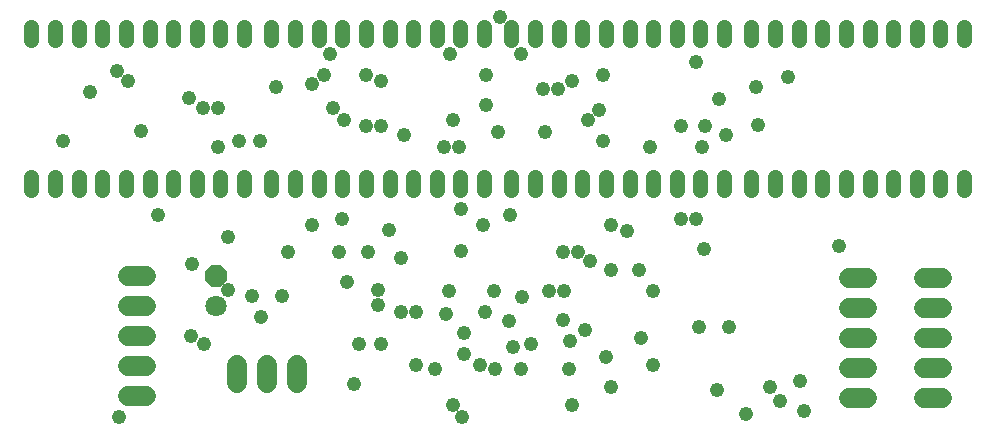
<source format=gbs>
G75*
G70*
%OFA0B0*%
%FSLAX24Y24*%
%IPPOS*%
%LPD*%
%AMOC8*
5,1,8,0,0,1.08239X$1,22.5*
%
%ADD10C,0.0516*%
%ADD11OC8,0.0710*%
%ADD12C,0.0710*%
%ADD13C,0.0680*%
%ADD14C,0.0476*%
%ADD15C,0.0480*%
D10*
X000933Y008611D02*
X000933Y009048D01*
X001720Y009048D02*
X001720Y008611D01*
X002508Y008611D02*
X002508Y009048D01*
X003295Y009048D02*
X003295Y008611D01*
X004083Y008611D02*
X004083Y009048D01*
X004870Y009048D02*
X004870Y008611D01*
X005657Y008611D02*
X005657Y009048D01*
X006445Y009048D02*
X006445Y008611D01*
X007232Y008611D02*
X007232Y009048D01*
X008020Y009048D02*
X008020Y008611D01*
X008933Y008611D02*
X008933Y009048D01*
X009720Y009048D02*
X009720Y008611D01*
X010508Y008611D02*
X010508Y009048D01*
X011295Y009048D02*
X011295Y008611D01*
X012083Y008611D02*
X012083Y009048D01*
X012870Y009048D02*
X012870Y008611D01*
X013657Y008611D02*
X013657Y009048D01*
X014445Y009048D02*
X014445Y008611D01*
X015232Y008611D02*
X015232Y009048D01*
X016020Y009048D02*
X016020Y008611D01*
X016933Y008611D02*
X016933Y009048D01*
X017720Y009048D02*
X017720Y008611D01*
X018508Y008611D02*
X018508Y009048D01*
X019295Y009048D02*
X019295Y008611D01*
X020083Y008611D02*
X020083Y009048D01*
X020870Y009048D02*
X020870Y008611D01*
X021657Y008611D02*
X021657Y009048D01*
X022445Y009048D02*
X022445Y008611D01*
X023232Y008611D02*
X023232Y009048D01*
X024020Y009048D02*
X024020Y008611D01*
X024933Y008611D02*
X024933Y009048D01*
X025720Y009048D02*
X025720Y008611D01*
X026508Y008611D02*
X026508Y009048D01*
X027295Y009048D02*
X027295Y008611D01*
X028083Y008611D02*
X028083Y009048D01*
X028870Y009048D02*
X028870Y008611D01*
X029657Y008611D02*
X029657Y009048D01*
X030445Y009048D02*
X030445Y008611D01*
X031232Y008611D02*
X031232Y009048D01*
X032020Y009048D02*
X032020Y008611D01*
X032020Y013611D02*
X032020Y014048D01*
X031232Y014048D02*
X031232Y013611D01*
X030445Y013611D02*
X030445Y014048D01*
X029657Y014048D02*
X029657Y013611D01*
X028870Y013611D02*
X028870Y014048D01*
X028083Y014048D02*
X028083Y013611D01*
X027295Y013611D02*
X027295Y014048D01*
X026508Y014048D02*
X026508Y013611D01*
X025720Y013611D02*
X025720Y014048D01*
X024933Y014048D02*
X024933Y013611D01*
X024020Y013611D02*
X024020Y014048D01*
X023232Y014048D02*
X023232Y013611D01*
X022445Y013611D02*
X022445Y014048D01*
X021657Y014048D02*
X021657Y013611D01*
X020870Y013611D02*
X020870Y014048D01*
X020083Y014048D02*
X020083Y013611D01*
X019295Y013611D02*
X019295Y014048D01*
X018508Y014048D02*
X018508Y013611D01*
X017720Y013611D02*
X017720Y014048D01*
X016933Y014048D02*
X016933Y013611D01*
X016020Y013611D02*
X016020Y014048D01*
X015232Y014048D02*
X015232Y013611D01*
X014445Y013611D02*
X014445Y014048D01*
X013657Y014048D02*
X013657Y013611D01*
X012870Y013611D02*
X012870Y014048D01*
X012083Y014048D02*
X012083Y013611D01*
X011295Y013611D02*
X011295Y014048D01*
X010508Y014048D02*
X010508Y013611D01*
X009720Y013611D02*
X009720Y014048D01*
X008933Y014048D02*
X008933Y013611D01*
X008020Y013611D02*
X008020Y014048D01*
X007232Y014048D02*
X007232Y013611D01*
X006445Y013611D02*
X006445Y014048D01*
X005657Y014048D02*
X005657Y013611D01*
X004870Y013611D02*
X004870Y014048D01*
X004083Y014048D02*
X004083Y013611D01*
X003295Y013611D02*
X003295Y014048D01*
X002508Y014048D02*
X002508Y013611D01*
X001720Y013611D02*
X001720Y014048D01*
X000933Y014048D02*
X000933Y013611D01*
D11*
X007100Y005730D03*
D12*
X007100Y004730D03*
D13*
X004750Y004730D02*
X004150Y004730D01*
X004150Y003730D02*
X004750Y003730D01*
X004750Y002730D02*
X004150Y002730D01*
X004150Y001730D02*
X004750Y001730D01*
X007800Y002180D02*
X007800Y002780D01*
X008800Y002780D02*
X008800Y002180D01*
X009800Y002180D02*
X009800Y002780D01*
X004750Y005730D02*
X004150Y005730D01*
X028200Y005680D02*
X028800Y005680D01*
X030700Y005680D02*
X031300Y005680D01*
X031300Y004680D02*
X030700Y004680D01*
X028800Y004680D02*
X028200Y004680D01*
X028200Y003680D02*
X028800Y003680D01*
X030700Y003680D02*
X031300Y003680D01*
X031300Y002680D02*
X030700Y002680D01*
X028800Y002680D02*
X028200Y002680D01*
X028200Y001680D02*
X028800Y001680D01*
X030700Y001680D02*
X031300Y001680D01*
D14*
X024750Y001130D03*
X020100Y003030D03*
X021250Y003680D03*
X014750Y004480D03*
X011450Y005530D03*
X008600Y004380D03*
D15*
X003850Y001030D03*
X006700Y003480D03*
X006250Y003730D03*
X008300Y005080D03*
X007500Y005280D03*
X006300Y006130D03*
X007500Y007030D03*
X009500Y006530D03*
X011200Y006530D03*
X012150Y006530D03*
X013250Y006330D03*
X012850Y007280D03*
X011300Y007630D03*
X010300Y007430D03*
X012500Y005280D03*
X012500Y004780D03*
X013250Y004530D03*
X013750Y004530D03*
X014850Y005230D03*
X016050Y004530D03*
X016850Y004230D03*
X017000Y003380D03*
X017600Y003480D03*
X018900Y003580D03*
X019400Y003930D03*
X018650Y004280D03*
X017300Y005030D03*
X016350Y005230D03*
X018200Y005230D03*
X018700Y005230D03*
X020250Y005930D03*
X019550Y006230D03*
X019150Y006530D03*
X018650Y006530D03*
X020250Y007430D03*
X020800Y007230D03*
X022600Y007630D03*
X023100Y007630D03*
X023350Y006630D03*
X021200Y005930D03*
X021650Y005230D03*
X023200Y004030D03*
X024200Y004030D03*
X021650Y002780D03*
X020250Y002030D03*
X018950Y001430D03*
X018850Y002630D03*
X017250Y002630D03*
X016400Y002630D03*
X015900Y002780D03*
X015350Y003130D03*
X014400Y002630D03*
X013750Y002780D03*
X012600Y003480D03*
X011850Y003480D03*
X011700Y002130D03*
X015000Y001430D03*
X015300Y001030D03*
X015350Y003830D03*
X015250Y006580D03*
X016000Y007430D03*
X015250Y007980D03*
X016900Y007780D03*
X015200Y010030D03*
X014700Y010030D03*
X013350Y010430D03*
X012600Y010730D03*
X012100Y010730D03*
X011350Y010930D03*
X011000Y011330D03*
X010300Y012130D03*
X010700Y012430D03*
X010900Y013130D03*
X012100Y012430D03*
X012600Y012230D03*
X014900Y013130D03*
X016100Y012430D03*
X017250Y013130D03*
X018950Y012230D03*
X018500Y011980D03*
X018000Y011980D03*
X019850Y011280D03*
X019500Y010930D03*
X018050Y010530D03*
X016500Y010530D03*
X015000Y010930D03*
X016100Y011430D03*
X020000Y012430D03*
X023100Y012880D03*
X025100Y012030D03*
X026150Y012380D03*
X023850Y011630D03*
X025150Y010780D03*
X024100Y010430D03*
X023400Y010730D03*
X022600Y010730D03*
X023300Y010030D03*
X021550Y010030D03*
X020000Y010230D03*
X027850Y006730D03*
X026550Y002230D03*
X025550Y002030D03*
X025900Y001580D03*
X026700Y001230D03*
X023800Y001930D03*
X009300Y005080D03*
X005150Y007780D03*
X007150Y010030D03*
X007850Y010230D03*
X008550Y010230D03*
X007150Y011330D03*
X006650Y011330D03*
X006200Y011680D03*
X004150Y012230D03*
X003800Y012580D03*
X002900Y011880D03*
X004600Y010580D03*
X002000Y010230D03*
X009100Y012030D03*
X016550Y014380D03*
M02*

</source>
